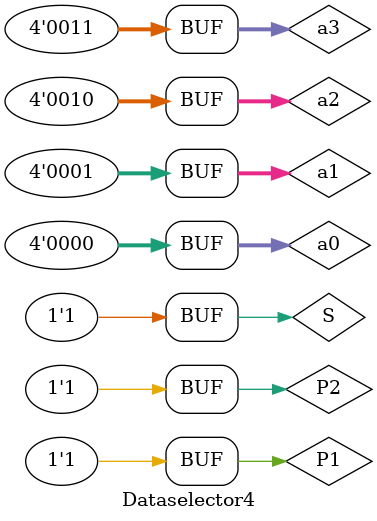
<source format=v>
`timescale 1ns / 1ps


module Dataselector4();
reg [3:0] a0 = 4'b0000;
reg [3:0] a1 = 4'b0001;
reg [3:0] a2 = 4'b0010;
reg [3:0] a3 = 4'b0011;
 reg P1;reg P2;
 reg S;
 wire [3:0] q;
Data_selector4 Data_selector4(
.D1_4(a0),.D2_4(a1),.D3_4(a2),.D4_4(a3),
 .P1_4(P1),.P2_4(P2),.S_4(S),
 .out2_4(q));
 initial 
 begin
a0 = 4'b0000;
a1 = 4'b0001;
a2 = 4'b0010;
a3 = 4'b0011;
 S=1;
P1=0;P2=0;
 #20 P1=0;P2=1;
 #20 P1=1;P2=0;
 #20 P1=1;P2=1;
end
endmodule

</source>
